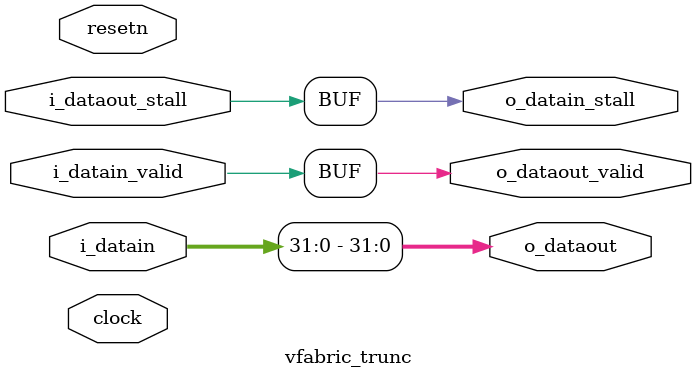
<source format=v>
    


module vfabric_trunc(clock, resetn, 
      i_datain, i_datain_valid, o_datain_stall, 
      o_dataout, i_dataout_stall, o_dataout_valid);

parameter DATAIN_WIDTH = 64;
parameter DATAOUT_WIDTH = 32;

  input clock, resetn;
  input [DATAIN_WIDTH-1:0] i_datain;
  input i_datain_valid;
  output o_datain_stall;
  output [DATAOUT_WIDTH-1:0] o_dataout;
  input i_dataout_stall;
  output o_dataout_valid;
  
  assign o_dataout = i_datain[DATAOUT_WIDTH-1:0];
  assign o_datain_stall = i_dataout_stall;
  assign o_dataout_valid = i_datain_valid;
 
endmodule

</source>
